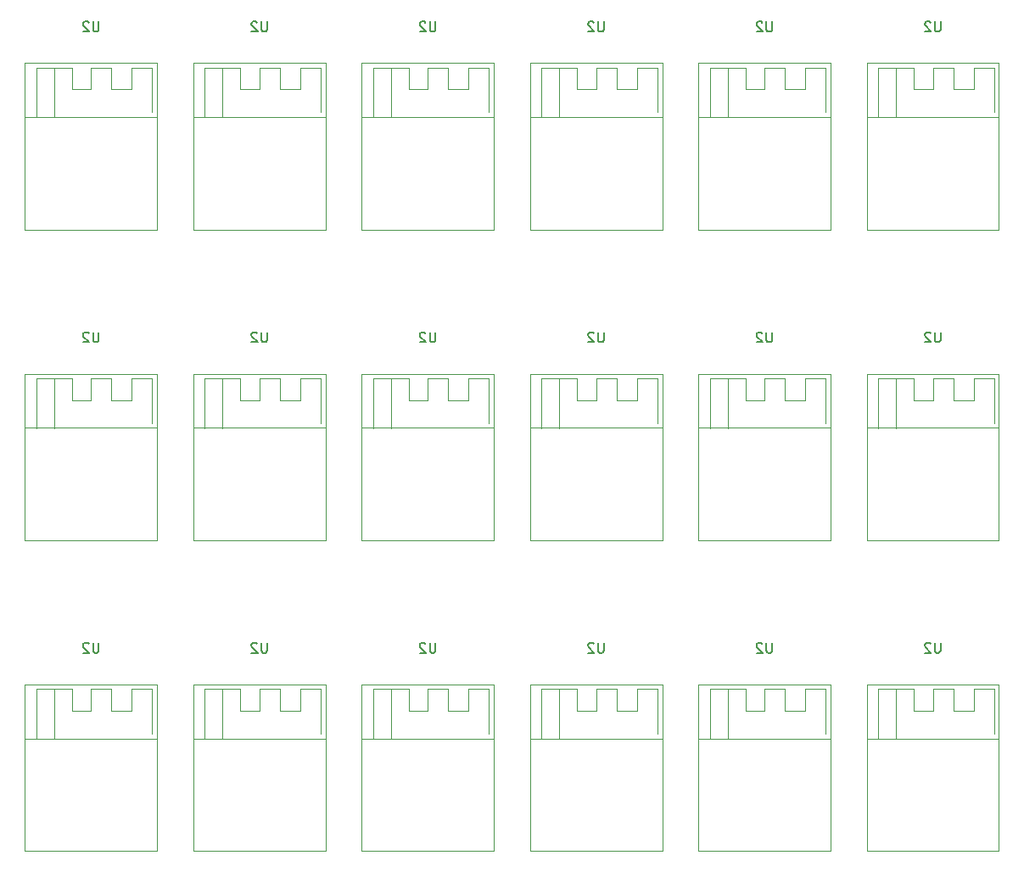
<source format=gbo>
G04 #@! TF.GenerationSoftware,KiCad,Pcbnew,6.0.11-2627ca5db0~126~ubuntu22.04.1*
G04 #@! TF.CreationDate,2023-04-03T23:49:23+02:00*
G04 #@! TF.ProjectId,panel,70616e65-6c2e-46b6-9963-61645f706362,rev?*
G04 #@! TF.SameCoordinates,Original*
G04 #@! TF.FileFunction,Legend,Bot*
G04 #@! TF.FilePolarity,Positive*
%FSLAX46Y46*%
G04 Gerber Fmt 4.6, Leading zero omitted, Abs format (unit mm)*
G04 Created by KiCad (PCBNEW 6.0.11-2627ca5db0~126~ubuntu22.04.1) date 2023-04-03 23:49:23*
%MOMM*%
%LPD*%
G01*
G04 APERTURE LIST*
%ADD10C,0.150000*%
%ADD11C,0.120000*%
G04 APERTURE END LIST*
D10*
G04 #@! TO.C,U2*
X75861904Y12620D02*
X75861904Y-796904D01*
X75814285Y-892142D01*
X75766666Y-939761D01*
X75671428Y-987380D01*
X75480952Y-987380D01*
X75385714Y-939761D01*
X75338095Y-892142D01*
X75290476Y-796904D01*
X75290476Y12620D01*
X74861904Y-82619D02*
X74814285Y-35000D01*
X74719047Y12620D01*
X74480952Y12620D01*
X74385714Y-35000D01*
X74338095Y-82619D01*
X74290476Y-177857D01*
X74290476Y-273095D01*
X74338095Y-415952D01*
X74909523Y-987380D01*
X74290476Y-987380D01*
X8661904Y12620D02*
X8661904Y-796904D01*
X8614285Y-892142D01*
X8566666Y-939761D01*
X8471428Y-987380D01*
X8280952Y-987380D01*
X8185714Y-939761D01*
X8138095Y-892142D01*
X8090476Y-796904D01*
X8090476Y12620D01*
X7661904Y-82619D02*
X7614285Y-35000D01*
X7519047Y12620D01*
X7280952Y12620D01*
X7185714Y-35000D01*
X7138095Y-82619D01*
X7090476Y-177857D01*
X7090476Y-273095D01*
X7138095Y-415952D01*
X7709523Y-987380D01*
X7090476Y-987380D01*
X75861904Y-61987380D02*
X75861904Y-62796904D01*
X75814285Y-62892142D01*
X75766666Y-62939761D01*
X75671428Y-62987380D01*
X75480952Y-62987380D01*
X75385714Y-62939761D01*
X75338095Y-62892142D01*
X75290476Y-62796904D01*
X75290476Y-61987380D01*
X74861904Y-62082619D02*
X74814285Y-62035000D01*
X74719047Y-61987380D01*
X74480952Y-61987380D01*
X74385714Y-62035000D01*
X74338095Y-62082619D01*
X74290476Y-62177857D01*
X74290476Y-62273095D01*
X74338095Y-62415952D01*
X74909523Y-62987380D01*
X74290476Y-62987380D01*
X42261904Y-61987380D02*
X42261904Y-62796904D01*
X42214285Y-62892142D01*
X42166666Y-62939761D01*
X42071428Y-62987380D01*
X41880952Y-62987380D01*
X41785714Y-62939761D01*
X41738095Y-62892142D01*
X41690476Y-62796904D01*
X41690476Y-61987380D01*
X41261904Y-62082619D02*
X41214285Y-62035000D01*
X41119047Y-61987380D01*
X40880952Y-61987380D01*
X40785714Y-62035000D01*
X40738095Y-62082619D01*
X40690476Y-62177857D01*
X40690476Y-62273095D01*
X40738095Y-62415952D01*
X41309523Y-62987380D01*
X40690476Y-62987380D01*
X59061904Y-30987380D02*
X59061904Y-31796904D01*
X59014285Y-31892142D01*
X58966666Y-31939761D01*
X58871428Y-31987380D01*
X58680952Y-31987380D01*
X58585714Y-31939761D01*
X58538095Y-31892142D01*
X58490476Y-31796904D01*
X58490476Y-30987380D01*
X58061904Y-31082619D02*
X58014285Y-31035000D01*
X57919047Y-30987380D01*
X57680952Y-30987380D01*
X57585714Y-31035000D01*
X57538095Y-31082619D01*
X57490476Y-31177857D01*
X57490476Y-31273095D01*
X57538095Y-31415952D01*
X58109523Y-31987380D01*
X57490476Y-31987380D01*
X92661904Y-61987380D02*
X92661904Y-62796904D01*
X92614285Y-62892142D01*
X92566666Y-62939761D01*
X92471428Y-62987380D01*
X92280952Y-62987380D01*
X92185714Y-62939761D01*
X92138095Y-62892142D01*
X92090476Y-62796904D01*
X92090476Y-61987380D01*
X91661904Y-62082619D02*
X91614285Y-62035000D01*
X91519047Y-61987380D01*
X91280952Y-61987380D01*
X91185714Y-62035000D01*
X91138095Y-62082619D01*
X91090476Y-62177857D01*
X91090476Y-62273095D01*
X91138095Y-62415952D01*
X91709523Y-62987380D01*
X91090476Y-62987380D01*
X42261904Y-30987380D02*
X42261904Y-31796904D01*
X42214285Y-31892142D01*
X42166666Y-31939761D01*
X42071428Y-31987380D01*
X41880952Y-31987380D01*
X41785714Y-31939761D01*
X41738095Y-31892142D01*
X41690476Y-31796904D01*
X41690476Y-30987380D01*
X41261904Y-31082619D02*
X41214285Y-31035000D01*
X41119047Y-30987380D01*
X40880952Y-30987380D01*
X40785714Y-31035000D01*
X40738095Y-31082619D01*
X40690476Y-31177857D01*
X40690476Y-31273095D01*
X40738095Y-31415952D01*
X41309523Y-31987380D01*
X40690476Y-31987380D01*
X42261904Y12620D02*
X42261904Y-796904D01*
X42214285Y-892142D01*
X42166666Y-939761D01*
X42071428Y-987380D01*
X41880952Y-987380D01*
X41785714Y-939761D01*
X41738095Y-892142D01*
X41690476Y-796904D01*
X41690476Y12620D01*
X41261904Y-82619D02*
X41214285Y-35000D01*
X41119047Y12620D01*
X40880952Y12620D01*
X40785714Y-35000D01*
X40738095Y-82619D01*
X40690476Y-177857D01*
X40690476Y-273095D01*
X40738095Y-415952D01*
X41309523Y-987380D01*
X40690476Y-987380D01*
X59061904Y12620D02*
X59061904Y-796904D01*
X59014285Y-892142D01*
X58966666Y-939761D01*
X58871428Y-987380D01*
X58680952Y-987380D01*
X58585714Y-939761D01*
X58538095Y-892142D01*
X58490476Y-796904D01*
X58490476Y12620D01*
X58061904Y-82619D02*
X58014285Y-35000D01*
X57919047Y12620D01*
X57680952Y12620D01*
X57585714Y-35000D01*
X57538095Y-82619D01*
X57490476Y-177857D01*
X57490476Y-273095D01*
X57538095Y-415952D01*
X58109523Y-987380D01*
X57490476Y-987380D01*
X75861904Y-30987380D02*
X75861904Y-31796904D01*
X75814285Y-31892142D01*
X75766666Y-31939761D01*
X75671428Y-31987380D01*
X75480952Y-31987380D01*
X75385714Y-31939761D01*
X75338095Y-31892142D01*
X75290476Y-31796904D01*
X75290476Y-30987380D01*
X74861904Y-31082619D02*
X74814285Y-31035000D01*
X74719047Y-30987380D01*
X74480952Y-30987380D01*
X74385714Y-31035000D01*
X74338095Y-31082619D01*
X74290476Y-31177857D01*
X74290476Y-31273095D01*
X74338095Y-31415952D01*
X74909523Y-31987380D01*
X74290476Y-31987380D01*
X92661904Y-30987380D02*
X92661904Y-31796904D01*
X92614285Y-31892142D01*
X92566666Y-31939761D01*
X92471428Y-31987380D01*
X92280952Y-31987380D01*
X92185714Y-31939761D01*
X92138095Y-31892142D01*
X92090476Y-31796904D01*
X92090476Y-30987380D01*
X91661904Y-31082619D02*
X91614285Y-31035000D01*
X91519047Y-30987380D01*
X91280952Y-30987380D01*
X91185714Y-31035000D01*
X91138095Y-31082619D01*
X91090476Y-31177857D01*
X91090476Y-31273095D01*
X91138095Y-31415952D01*
X91709523Y-31987380D01*
X91090476Y-31987380D01*
X25461904Y-61987380D02*
X25461904Y-62796904D01*
X25414285Y-62892142D01*
X25366666Y-62939761D01*
X25271428Y-62987380D01*
X25080952Y-62987380D01*
X24985714Y-62939761D01*
X24938095Y-62892142D01*
X24890476Y-62796904D01*
X24890476Y-61987380D01*
X24461904Y-62082619D02*
X24414285Y-62035000D01*
X24319047Y-61987380D01*
X24080952Y-61987380D01*
X23985714Y-62035000D01*
X23938095Y-62082619D01*
X23890476Y-62177857D01*
X23890476Y-62273095D01*
X23938095Y-62415952D01*
X24509523Y-62987380D01*
X23890476Y-62987380D01*
X8661904Y-30987380D02*
X8661904Y-31796904D01*
X8614285Y-31892142D01*
X8566666Y-31939761D01*
X8471428Y-31987380D01*
X8280952Y-31987380D01*
X8185714Y-31939761D01*
X8138095Y-31892142D01*
X8090476Y-31796904D01*
X8090476Y-30987380D01*
X7661904Y-31082619D02*
X7614285Y-31035000D01*
X7519047Y-30987380D01*
X7280952Y-30987380D01*
X7185714Y-31035000D01*
X7138095Y-31082619D01*
X7090476Y-31177857D01*
X7090476Y-31273095D01*
X7138095Y-31415952D01*
X7709523Y-31987380D01*
X7090476Y-31987380D01*
X59061904Y-61987380D02*
X59061904Y-62796904D01*
X59014285Y-62892142D01*
X58966666Y-62939761D01*
X58871428Y-62987380D01*
X58680952Y-62987380D01*
X58585714Y-62939761D01*
X58538095Y-62892142D01*
X58490476Y-62796904D01*
X58490476Y-61987380D01*
X58061904Y-62082619D02*
X58014285Y-62035000D01*
X57919047Y-61987380D01*
X57680952Y-61987380D01*
X57585714Y-62035000D01*
X57538095Y-62082619D01*
X57490476Y-62177857D01*
X57490476Y-62273095D01*
X57538095Y-62415952D01*
X58109523Y-62987380D01*
X57490476Y-62987380D01*
X25461904Y-30987380D02*
X25461904Y-31796904D01*
X25414285Y-31892142D01*
X25366666Y-31939761D01*
X25271428Y-31987380D01*
X25080952Y-31987380D01*
X24985714Y-31939761D01*
X24938095Y-31892142D01*
X24890476Y-31796904D01*
X24890476Y-30987380D01*
X24461904Y-31082619D02*
X24414285Y-31035000D01*
X24319047Y-30987380D01*
X24080952Y-30987380D01*
X23985714Y-31035000D01*
X23938095Y-31082619D01*
X23890476Y-31177857D01*
X23890476Y-31273095D01*
X23938095Y-31415952D01*
X24509523Y-31987380D01*
X23890476Y-31987380D01*
X92661904Y12620D02*
X92661904Y-796904D01*
X92614285Y-892142D01*
X92566666Y-939761D01*
X92471428Y-987380D01*
X92280952Y-987380D01*
X92185714Y-939761D01*
X92138095Y-892142D01*
X92090476Y-796904D01*
X92090476Y12620D01*
X91661904Y-82619D02*
X91614285Y-35000D01*
X91519047Y12620D01*
X91280952Y12620D01*
X91185714Y-35000D01*
X91138095Y-82619D01*
X91090476Y-177857D01*
X91090476Y-273095D01*
X91138095Y-415952D01*
X91709523Y-987380D01*
X91090476Y-987380D01*
X8661904Y-61987380D02*
X8661904Y-62796904D01*
X8614285Y-62892142D01*
X8566666Y-62939761D01*
X8471428Y-62987380D01*
X8280952Y-62987380D01*
X8185714Y-62939761D01*
X8138095Y-62892142D01*
X8090476Y-62796904D01*
X8090476Y-61987380D01*
X7661904Y-62082619D02*
X7614285Y-62035000D01*
X7519047Y-61987380D01*
X7280952Y-61987380D01*
X7185714Y-62035000D01*
X7138095Y-62082619D01*
X7090476Y-62177857D01*
X7090476Y-62273095D01*
X7138095Y-62415952D01*
X7709523Y-62987380D01*
X7090476Y-62987380D01*
X25461904Y12620D02*
X25461904Y-796904D01*
X25414285Y-892142D01*
X25366666Y-939761D01*
X25271428Y-987380D01*
X25080952Y-987380D01*
X24985714Y-939761D01*
X24938095Y-892142D01*
X24890476Y-796904D01*
X24890476Y12620D01*
X24461904Y-82619D02*
X24414285Y-35000D01*
X24319047Y12620D01*
X24080952Y12620D01*
X23985714Y-35000D01*
X23938095Y-82619D01*
X23890476Y-177857D01*
X23890476Y-273095D01*
X23938095Y-415952D01*
X24509523Y-987380D01*
X23890476Y-987380D01*
D11*
X69639000Y-4599000D02*
X73195000Y-4599000D01*
X71417000Y-9552000D02*
X71417000Y-4599000D01*
X77132000Y-4599000D02*
X77132000Y-6758000D01*
X69639000Y-9552000D02*
X69639000Y-4599000D01*
X81196000Y-4599000D02*
X81196000Y-9044000D01*
X75100000Y-4599000D02*
X77132000Y-4599000D01*
X79164000Y-4599000D02*
X81196000Y-4599000D01*
X75100000Y-6758000D02*
X75100000Y-4599000D01*
X79164000Y-6758000D02*
X79164000Y-4599000D01*
X77132000Y-6758000D02*
X79164000Y-6758000D01*
X73195000Y-6758000D02*
X75100000Y-6758000D01*
X73195000Y-4599000D02*
X73195000Y-6758000D01*
X81700000Y-9540000D02*
X68500000Y-9540000D01*
X68500000Y-9540000D02*
X68500000Y-4140000D01*
X68500000Y-4140000D02*
X81700000Y-4140000D01*
X81700000Y-4140000D02*
X81700000Y-9540000D01*
X81700000Y-9540000D02*
X68500000Y-9540000D01*
X68500000Y-9540000D02*
X68500000Y-20740000D01*
X68500000Y-20740000D02*
X81700000Y-20740000D01*
X81700000Y-20740000D02*
X81700000Y-9540000D01*
X7900000Y-6758000D02*
X7900000Y-4599000D01*
X9932000Y-4599000D02*
X9932000Y-6758000D01*
X13996000Y-4599000D02*
X13996000Y-9044000D01*
X7900000Y-4599000D02*
X9932000Y-4599000D01*
X4217000Y-9552000D02*
X4217000Y-4599000D01*
X5995000Y-6758000D02*
X7900000Y-6758000D01*
X9932000Y-6758000D02*
X11964000Y-6758000D01*
X5995000Y-4599000D02*
X5995000Y-6758000D01*
X2439000Y-9552000D02*
X2439000Y-4599000D01*
X11964000Y-4599000D02*
X13996000Y-4599000D01*
X2439000Y-4599000D02*
X5995000Y-4599000D01*
X11964000Y-6758000D02*
X11964000Y-4599000D01*
X14500000Y-9540000D02*
X1300000Y-9540000D01*
X1300000Y-9540000D02*
X1300000Y-4140000D01*
X1300000Y-4140000D02*
X14500000Y-4140000D01*
X14500000Y-4140000D02*
X14500000Y-9540000D01*
X14500000Y-9540000D02*
X1300000Y-9540000D01*
X1300000Y-9540000D02*
X1300000Y-20740000D01*
X1300000Y-20740000D02*
X14500000Y-20740000D01*
X14500000Y-20740000D02*
X14500000Y-9540000D01*
X69639000Y-71552000D02*
X69639000Y-66599000D01*
X73195000Y-66599000D02*
X73195000Y-68758000D01*
X81196000Y-66599000D02*
X81196000Y-71044000D01*
X77132000Y-68758000D02*
X79164000Y-68758000D01*
X79164000Y-68758000D02*
X79164000Y-66599000D01*
X73195000Y-68758000D02*
X75100000Y-68758000D01*
X75100000Y-68758000D02*
X75100000Y-66599000D01*
X71417000Y-71552000D02*
X71417000Y-66599000D01*
X77132000Y-66599000D02*
X77132000Y-68758000D01*
X69639000Y-66599000D02*
X73195000Y-66599000D01*
X79164000Y-66599000D02*
X81196000Y-66599000D01*
X75100000Y-66599000D02*
X77132000Y-66599000D01*
X81700000Y-71540000D02*
X68500000Y-71540000D01*
X68500000Y-71540000D02*
X68500000Y-66140000D01*
X68500000Y-66140000D02*
X81700000Y-66140000D01*
X81700000Y-66140000D02*
X81700000Y-71540000D01*
X81700000Y-71540000D02*
X68500000Y-71540000D01*
X68500000Y-71540000D02*
X68500000Y-82740000D01*
X68500000Y-82740000D02*
X81700000Y-82740000D01*
X81700000Y-82740000D02*
X81700000Y-71540000D01*
X36039000Y-71552000D02*
X36039000Y-66599000D01*
X47596000Y-66599000D02*
X47596000Y-71044000D01*
X43532000Y-68758000D02*
X45564000Y-68758000D01*
X43532000Y-66599000D02*
X43532000Y-68758000D01*
X37817000Y-71552000D02*
X37817000Y-66599000D01*
X36039000Y-66599000D02*
X39595000Y-66599000D01*
X39595000Y-68758000D02*
X41500000Y-68758000D01*
X39595000Y-66599000D02*
X39595000Y-68758000D01*
X41500000Y-66599000D02*
X43532000Y-66599000D01*
X41500000Y-68758000D02*
X41500000Y-66599000D01*
X45564000Y-66599000D02*
X47596000Y-66599000D01*
X45564000Y-68758000D02*
X45564000Y-66599000D01*
X48100000Y-71540000D02*
X34900000Y-71540000D01*
X34900000Y-71540000D02*
X34900000Y-82740000D01*
X34900000Y-82740000D02*
X48100000Y-82740000D01*
X48100000Y-82740000D02*
X48100000Y-71540000D01*
X48100000Y-71540000D02*
X34900000Y-71540000D01*
X34900000Y-71540000D02*
X34900000Y-66140000D01*
X34900000Y-66140000D02*
X48100000Y-66140000D01*
X48100000Y-66140000D02*
X48100000Y-71540000D01*
X56395000Y-37758000D02*
X58300000Y-37758000D01*
X64396000Y-35599000D02*
X64396000Y-40044000D01*
X52839000Y-35599000D02*
X56395000Y-35599000D01*
X60332000Y-35599000D02*
X60332000Y-37758000D01*
X58300000Y-37758000D02*
X58300000Y-35599000D01*
X62364000Y-37758000D02*
X62364000Y-35599000D01*
X56395000Y-35599000D02*
X56395000Y-37758000D01*
X60332000Y-37758000D02*
X62364000Y-37758000D01*
X54617000Y-40552000D02*
X54617000Y-35599000D01*
X58300000Y-35599000D02*
X60332000Y-35599000D01*
X52839000Y-40552000D02*
X52839000Y-35599000D01*
X62364000Y-35599000D02*
X64396000Y-35599000D01*
X64900000Y-40540000D02*
X51700000Y-40540000D01*
X51700000Y-40540000D02*
X51700000Y-51740000D01*
X51700000Y-51740000D02*
X64900000Y-51740000D01*
X64900000Y-51740000D02*
X64900000Y-40540000D01*
X64900000Y-40540000D02*
X51700000Y-40540000D01*
X51700000Y-40540000D02*
X51700000Y-35140000D01*
X51700000Y-35140000D02*
X64900000Y-35140000D01*
X64900000Y-35140000D02*
X64900000Y-40540000D01*
X95964000Y-68758000D02*
X95964000Y-66599000D01*
X93932000Y-68758000D02*
X95964000Y-68758000D01*
X95964000Y-66599000D02*
X97996000Y-66599000D01*
X91900000Y-66599000D02*
X93932000Y-66599000D01*
X97996000Y-66599000D02*
X97996000Y-71044000D01*
X86439000Y-71552000D02*
X86439000Y-66599000D01*
X91900000Y-68758000D02*
X91900000Y-66599000D01*
X88217000Y-71552000D02*
X88217000Y-66599000D01*
X86439000Y-66599000D02*
X89995000Y-66599000D01*
X93932000Y-66599000D02*
X93932000Y-68758000D01*
X89995000Y-66599000D02*
X89995000Y-68758000D01*
X89995000Y-68758000D02*
X91900000Y-68758000D01*
X98500000Y-71540000D02*
X85300000Y-71540000D01*
X85300000Y-71540000D02*
X85300000Y-82740000D01*
X85300000Y-82740000D02*
X98500000Y-82740000D01*
X98500000Y-82740000D02*
X98500000Y-71540000D01*
X98500000Y-71540000D02*
X85300000Y-71540000D01*
X85300000Y-71540000D02*
X85300000Y-66140000D01*
X85300000Y-66140000D02*
X98500000Y-66140000D01*
X98500000Y-66140000D02*
X98500000Y-71540000D01*
X45564000Y-37758000D02*
X45564000Y-35599000D01*
X41500000Y-35599000D02*
X43532000Y-35599000D01*
X39595000Y-37758000D02*
X41500000Y-37758000D01*
X45564000Y-35599000D02*
X47596000Y-35599000D01*
X36039000Y-35599000D02*
X39595000Y-35599000D01*
X39595000Y-35599000D02*
X39595000Y-37758000D01*
X47596000Y-35599000D02*
X47596000Y-40044000D01*
X43532000Y-35599000D02*
X43532000Y-37758000D01*
X36039000Y-40552000D02*
X36039000Y-35599000D01*
X43532000Y-37758000D02*
X45564000Y-37758000D01*
X37817000Y-40552000D02*
X37817000Y-35599000D01*
X41500000Y-37758000D02*
X41500000Y-35599000D01*
X48100000Y-40540000D02*
X34900000Y-40540000D01*
X34900000Y-40540000D02*
X34900000Y-35140000D01*
X34900000Y-35140000D02*
X48100000Y-35140000D01*
X48100000Y-35140000D02*
X48100000Y-40540000D01*
X48100000Y-40540000D02*
X34900000Y-40540000D01*
X34900000Y-40540000D02*
X34900000Y-51740000D01*
X34900000Y-51740000D02*
X48100000Y-51740000D01*
X48100000Y-51740000D02*
X48100000Y-40540000D01*
X41500000Y-6758000D02*
X41500000Y-4599000D01*
X47596000Y-4599000D02*
X47596000Y-9044000D01*
X39595000Y-6758000D02*
X41500000Y-6758000D01*
X43532000Y-4599000D02*
X43532000Y-6758000D01*
X36039000Y-9552000D02*
X36039000Y-4599000D01*
X43532000Y-6758000D02*
X45564000Y-6758000D01*
X37817000Y-9552000D02*
X37817000Y-4599000D01*
X39595000Y-4599000D02*
X39595000Y-6758000D01*
X45564000Y-4599000D02*
X47596000Y-4599000D01*
X45564000Y-6758000D02*
X45564000Y-4599000D01*
X41500000Y-4599000D02*
X43532000Y-4599000D01*
X36039000Y-4599000D02*
X39595000Y-4599000D01*
X48100000Y-9540000D02*
X34900000Y-9540000D01*
X34900000Y-9540000D02*
X34900000Y-4140000D01*
X34900000Y-4140000D02*
X48100000Y-4140000D01*
X48100000Y-4140000D02*
X48100000Y-9540000D01*
X48100000Y-9540000D02*
X34900000Y-9540000D01*
X34900000Y-9540000D02*
X34900000Y-20740000D01*
X34900000Y-20740000D02*
X48100000Y-20740000D01*
X48100000Y-20740000D02*
X48100000Y-9540000D01*
X62364000Y-6758000D02*
X62364000Y-4599000D01*
X56395000Y-4599000D02*
X56395000Y-6758000D01*
X58300000Y-4599000D02*
X60332000Y-4599000D01*
X52839000Y-4599000D02*
X56395000Y-4599000D01*
X58300000Y-6758000D02*
X58300000Y-4599000D01*
X60332000Y-4599000D02*
X60332000Y-6758000D01*
X54617000Y-9552000D02*
X54617000Y-4599000D01*
X52839000Y-9552000D02*
X52839000Y-4599000D01*
X64396000Y-4599000D02*
X64396000Y-9044000D01*
X56395000Y-6758000D02*
X58300000Y-6758000D01*
X60332000Y-6758000D02*
X62364000Y-6758000D01*
X62364000Y-4599000D02*
X64396000Y-4599000D01*
X64900000Y-9540000D02*
X51700000Y-9540000D01*
X51700000Y-9540000D02*
X51700000Y-20740000D01*
X51700000Y-20740000D02*
X64900000Y-20740000D01*
X64900000Y-20740000D02*
X64900000Y-9540000D01*
X64900000Y-9540000D02*
X51700000Y-9540000D01*
X51700000Y-9540000D02*
X51700000Y-4140000D01*
X51700000Y-4140000D02*
X64900000Y-4140000D01*
X64900000Y-4140000D02*
X64900000Y-9540000D01*
X69639000Y-35599000D02*
X73195000Y-35599000D01*
X81196000Y-35599000D02*
X81196000Y-40044000D01*
X71417000Y-40552000D02*
X71417000Y-35599000D01*
X75100000Y-37758000D02*
X75100000Y-35599000D01*
X75100000Y-35599000D02*
X77132000Y-35599000D01*
X79164000Y-35599000D02*
X81196000Y-35599000D01*
X73195000Y-35599000D02*
X73195000Y-37758000D01*
X79164000Y-37758000D02*
X79164000Y-35599000D01*
X77132000Y-35599000D02*
X77132000Y-37758000D01*
X73195000Y-37758000D02*
X75100000Y-37758000D01*
X69639000Y-40552000D02*
X69639000Y-35599000D01*
X77132000Y-37758000D02*
X79164000Y-37758000D01*
X81700000Y-40540000D02*
X68500000Y-40540000D01*
X68500000Y-40540000D02*
X68500000Y-51740000D01*
X68500000Y-51740000D02*
X81700000Y-51740000D01*
X81700000Y-51740000D02*
X81700000Y-40540000D01*
X81700000Y-40540000D02*
X68500000Y-40540000D01*
X68500000Y-40540000D02*
X68500000Y-35140000D01*
X68500000Y-35140000D02*
X81700000Y-35140000D01*
X81700000Y-35140000D02*
X81700000Y-40540000D01*
X89995000Y-37758000D02*
X91900000Y-37758000D01*
X86439000Y-40552000D02*
X86439000Y-35599000D01*
X89995000Y-35599000D02*
X89995000Y-37758000D01*
X93932000Y-35599000D02*
X93932000Y-37758000D01*
X88217000Y-40552000D02*
X88217000Y-35599000D01*
X97996000Y-35599000D02*
X97996000Y-40044000D01*
X86439000Y-35599000D02*
X89995000Y-35599000D01*
X95964000Y-37758000D02*
X95964000Y-35599000D01*
X93932000Y-37758000D02*
X95964000Y-37758000D01*
X91900000Y-37758000D02*
X91900000Y-35599000D01*
X91900000Y-35599000D02*
X93932000Y-35599000D01*
X95964000Y-35599000D02*
X97996000Y-35599000D01*
X98500000Y-40540000D02*
X85300000Y-40540000D01*
X85300000Y-40540000D02*
X85300000Y-51740000D01*
X85300000Y-51740000D02*
X98500000Y-51740000D01*
X98500000Y-51740000D02*
X98500000Y-40540000D01*
X98500000Y-40540000D02*
X85300000Y-40540000D01*
X85300000Y-40540000D02*
X85300000Y-35140000D01*
X85300000Y-35140000D02*
X98500000Y-35140000D01*
X98500000Y-35140000D02*
X98500000Y-40540000D01*
X30796000Y-66599000D02*
X30796000Y-71044000D01*
X28764000Y-66599000D02*
X30796000Y-66599000D01*
X22795000Y-66599000D02*
X22795000Y-68758000D01*
X26732000Y-66599000D02*
X26732000Y-68758000D01*
X19239000Y-66599000D02*
X22795000Y-66599000D01*
X28764000Y-68758000D02*
X28764000Y-66599000D01*
X19239000Y-71552000D02*
X19239000Y-66599000D01*
X24700000Y-66599000D02*
X26732000Y-66599000D01*
X24700000Y-68758000D02*
X24700000Y-66599000D01*
X21017000Y-71552000D02*
X21017000Y-66599000D01*
X26732000Y-68758000D02*
X28764000Y-68758000D01*
X22795000Y-68758000D02*
X24700000Y-68758000D01*
X31300000Y-71540000D02*
X18100000Y-71540000D01*
X18100000Y-71540000D02*
X18100000Y-66140000D01*
X18100000Y-66140000D02*
X31300000Y-66140000D01*
X31300000Y-66140000D02*
X31300000Y-71540000D01*
X31300000Y-71540000D02*
X18100000Y-71540000D01*
X18100000Y-71540000D02*
X18100000Y-82740000D01*
X18100000Y-82740000D02*
X31300000Y-82740000D01*
X31300000Y-82740000D02*
X31300000Y-71540000D01*
X9932000Y-37758000D02*
X11964000Y-37758000D01*
X4217000Y-40552000D02*
X4217000Y-35599000D01*
X7900000Y-35599000D02*
X9932000Y-35599000D01*
X2439000Y-40552000D02*
X2439000Y-35599000D01*
X2439000Y-35599000D02*
X5995000Y-35599000D01*
X13996000Y-35599000D02*
X13996000Y-40044000D01*
X11964000Y-37758000D02*
X11964000Y-35599000D01*
X11964000Y-35599000D02*
X13996000Y-35599000D01*
X9932000Y-35599000D02*
X9932000Y-37758000D01*
X7900000Y-37758000D02*
X7900000Y-35599000D01*
X5995000Y-37758000D02*
X7900000Y-37758000D01*
X5995000Y-35599000D02*
X5995000Y-37758000D01*
X14500000Y-40540000D02*
X1300000Y-40540000D01*
X1300000Y-40540000D02*
X1300000Y-51740000D01*
X1300000Y-51740000D02*
X14500000Y-51740000D01*
X14500000Y-51740000D02*
X14500000Y-40540000D01*
X14500000Y-40540000D02*
X1300000Y-40540000D01*
X1300000Y-40540000D02*
X1300000Y-35140000D01*
X1300000Y-35140000D02*
X14500000Y-35140000D01*
X14500000Y-35140000D02*
X14500000Y-40540000D01*
X52839000Y-66599000D02*
X56395000Y-66599000D01*
X58300000Y-68758000D02*
X58300000Y-66599000D01*
X56395000Y-66599000D02*
X56395000Y-68758000D01*
X54617000Y-71552000D02*
X54617000Y-66599000D01*
X52839000Y-71552000D02*
X52839000Y-66599000D01*
X64396000Y-66599000D02*
X64396000Y-71044000D01*
X56395000Y-68758000D02*
X58300000Y-68758000D01*
X60332000Y-66599000D02*
X60332000Y-68758000D01*
X60332000Y-68758000D02*
X62364000Y-68758000D01*
X62364000Y-66599000D02*
X64396000Y-66599000D01*
X62364000Y-68758000D02*
X62364000Y-66599000D01*
X58300000Y-66599000D02*
X60332000Y-66599000D01*
X64900000Y-71540000D02*
X51700000Y-71540000D01*
X51700000Y-71540000D02*
X51700000Y-66140000D01*
X51700000Y-66140000D02*
X64900000Y-66140000D01*
X64900000Y-66140000D02*
X64900000Y-71540000D01*
X64900000Y-71540000D02*
X51700000Y-71540000D01*
X51700000Y-71540000D02*
X51700000Y-82740000D01*
X51700000Y-82740000D02*
X64900000Y-82740000D01*
X64900000Y-82740000D02*
X64900000Y-71540000D01*
X21017000Y-40552000D02*
X21017000Y-35599000D01*
X28764000Y-35599000D02*
X30796000Y-35599000D01*
X24700000Y-37758000D02*
X24700000Y-35599000D01*
X30796000Y-35599000D02*
X30796000Y-40044000D01*
X19239000Y-35599000D02*
X22795000Y-35599000D01*
X22795000Y-35599000D02*
X22795000Y-37758000D01*
X19239000Y-40552000D02*
X19239000Y-35599000D01*
X24700000Y-35599000D02*
X26732000Y-35599000D01*
X26732000Y-37758000D02*
X28764000Y-37758000D01*
X28764000Y-37758000D02*
X28764000Y-35599000D01*
X26732000Y-35599000D02*
X26732000Y-37758000D01*
X22795000Y-37758000D02*
X24700000Y-37758000D01*
X31300000Y-40540000D02*
X18100000Y-40540000D01*
X18100000Y-40540000D02*
X18100000Y-35140000D01*
X18100000Y-35140000D02*
X31300000Y-35140000D01*
X31300000Y-35140000D02*
X31300000Y-40540000D01*
X31300000Y-40540000D02*
X18100000Y-40540000D01*
X18100000Y-40540000D02*
X18100000Y-51740000D01*
X18100000Y-51740000D02*
X31300000Y-51740000D01*
X31300000Y-51740000D02*
X31300000Y-40540000D01*
X86439000Y-9552000D02*
X86439000Y-4599000D01*
X91900000Y-6758000D02*
X91900000Y-4599000D01*
X91900000Y-4599000D02*
X93932000Y-4599000D01*
X97996000Y-4599000D02*
X97996000Y-9044000D01*
X89995000Y-6758000D02*
X91900000Y-6758000D01*
X95964000Y-6758000D02*
X95964000Y-4599000D01*
X93932000Y-4599000D02*
X93932000Y-6758000D01*
X88217000Y-9552000D02*
X88217000Y-4599000D01*
X89995000Y-4599000D02*
X89995000Y-6758000D01*
X95964000Y-4599000D02*
X97996000Y-4599000D01*
X86439000Y-4599000D02*
X89995000Y-4599000D01*
X93932000Y-6758000D02*
X95964000Y-6758000D01*
X98500000Y-9540000D02*
X85300000Y-9540000D01*
X85300000Y-9540000D02*
X85300000Y-20740000D01*
X85300000Y-20740000D02*
X98500000Y-20740000D01*
X98500000Y-20740000D02*
X98500000Y-9540000D01*
X98500000Y-9540000D02*
X85300000Y-9540000D01*
X85300000Y-9540000D02*
X85300000Y-4140000D01*
X85300000Y-4140000D02*
X98500000Y-4140000D01*
X98500000Y-4140000D02*
X98500000Y-9540000D01*
X7900000Y-66599000D02*
X9932000Y-66599000D01*
X11964000Y-66599000D02*
X13996000Y-66599000D01*
X4217000Y-71552000D02*
X4217000Y-66599000D01*
X7900000Y-68758000D02*
X7900000Y-66599000D01*
X2439000Y-66599000D02*
X5995000Y-66599000D01*
X9932000Y-68758000D02*
X11964000Y-68758000D01*
X13996000Y-66599000D02*
X13996000Y-71044000D01*
X5995000Y-68758000D02*
X7900000Y-68758000D01*
X9932000Y-66599000D02*
X9932000Y-68758000D01*
X2439000Y-71552000D02*
X2439000Y-66599000D01*
X11964000Y-68758000D02*
X11964000Y-66599000D01*
X5995000Y-66599000D02*
X5995000Y-68758000D01*
X14500000Y-71540000D02*
X1300000Y-71540000D01*
X1300000Y-71540000D02*
X1300000Y-66140000D01*
X1300000Y-66140000D02*
X14500000Y-66140000D01*
X14500000Y-66140000D02*
X14500000Y-71540000D01*
X14500000Y-71540000D02*
X1300000Y-71540000D01*
X1300000Y-71540000D02*
X1300000Y-82740000D01*
X1300000Y-82740000D02*
X14500000Y-82740000D01*
X14500000Y-82740000D02*
X14500000Y-71540000D01*
X24700000Y-6758000D02*
X24700000Y-4599000D01*
X19239000Y-9552000D02*
X19239000Y-4599000D01*
X28764000Y-6758000D02*
X28764000Y-4599000D01*
X24700000Y-4599000D02*
X26732000Y-4599000D01*
X28764000Y-4599000D02*
X30796000Y-4599000D01*
X22795000Y-4599000D02*
X22795000Y-6758000D01*
X26732000Y-6758000D02*
X28764000Y-6758000D01*
X19239000Y-4599000D02*
X22795000Y-4599000D01*
X21017000Y-9552000D02*
X21017000Y-4599000D01*
X30796000Y-4599000D02*
X30796000Y-9044000D01*
X26732000Y-4599000D02*
X26732000Y-6758000D01*
X22795000Y-6758000D02*
X24700000Y-6758000D01*
X31300000Y-9540000D02*
X18100000Y-9540000D01*
X18100000Y-9540000D02*
X18100000Y-20740000D01*
X18100000Y-20740000D02*
X31300000Y-20740000D01*
X31300000Y-20740000D02*
X31300000Y-9540000D01*
X31300000Y-9540000D02*
X18100000Y-9540000D01*
X18100000Y-9540000D02*
X18100000Y-4140000D01*
X18100000Y-4140000D02*
X31300000Y-4140000D01*
X31300000Y-4140000D02*
X31300000Y-9540000D01*
G04 #@! TD*
M02*

</source>
